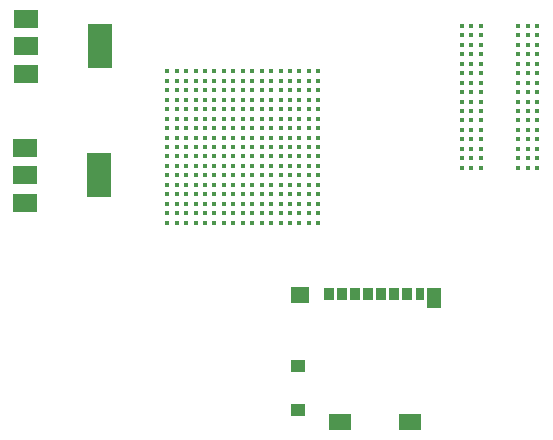
<source format=gbr>
%TF.GenerationSoftware,KiCad,Pcbnew,(5.1.7)-1*%
%TF.CreationDate,2020-12-15T14:41:59-08:00*%
%TF.ProjectId,Keychain,4b657963-6861-4696-9e2e-6b696361645f,rev?*%
%TF.SameCoordinates,Original*%
%TF.FileFunction,Paste,Top*%
%TF.FilePolarity,Positive*%
%FSLAX46Y46*%
G04 Gerber Fmt 4.6, Leading zero omitted, Abs format (unit mm)*
G04 Created by KiCad (PCBNEW (5.1.7)-1) date 2020-12-15 14:41:59*
%MOMM*%
%LPD*%
G01*
G04 APERTURE LIST*
%ADD10R,2.000000X1.500000*%
%ADD11R,2.000000X3.800000*%
%ADD12R,1.900000X1.350000*%
%ADD13R,1.200000X1.000000*%
%ADD14R,1.550000X1.350000*%
%ADD15R,1.170000X1.800000*%
%ADD16R,0.850000X1.100000*%
%ADD17R,0.750000X1.100000*%
%ADD18C,0.400000*%
G04 APERTURE END LIST*
D10*
%TO.C,U4*%
X128550000Y-74480000D03*
X128550000Y-79080000D03*
X128550000Y-76780000D03*
D11*
X134850000Y-76780000D03*
%TD*%
D10*
%TO.C,U3*%
X128490000Y-85400000D03*
X128490000Y-90000000D03*
X128490000Y-87700000D03*
D11*
X134790000Y-87700000D03*
%TD*%
D12*
%TO.C,J1*%
X161100000Y-108545000D03*
X155130000Y-108545000D03*
D13*
X151630000Y-103870000D03*
X151630000Y-107570000D03*
D14*
X151805000Y-97845000D03*
D15*
X163125000Y-98070000D03*
D16*
X160865000Y-97720000D03*
X159765000Y-97720000D03*
X158665000Y-97720000D03*
X157565000Y-97720000D03*
X156465000Y-97720000D03*
X155365000Y-97720000D03*
D17*
X161915000Y-97720000D03*
D16*
X154265000Y-97720000D03*
%TD*%
D18*
%TO.C,U2*%
X165465000Y-75050000D03*
X165465000Y-75850000D03*
X165465000Y-76650000D03*
X165465000Y-77450000D03*
X165465000Y-78250000D03*
X165465000Y-79050000D03*
X165465000Y-79850000D03*
X165465000Y-80650000D03*
X165465000Y-81450000D03*
X165465000Y-82250000D03*
X165465000Y-83050000D03*
X165465000Y-83850000D03*
X165465000Y-84650000D03*
X165465000Y-85450000D03*
X165465000Y-86250000D03*
X165465000Y-87050000D03*
X166265000Y-75050000D03*
X166265000Y-75850000D03*
X166265000Y-76650000D03*
X166265000Y-77450000D03*
X166265000Y-78250000D03*
X166265000Y-79050000D03*
X166265000Y-79850000D03*
X166265000Y-80650000D03*
X166265000Y-81450000D03*
X166265000Y-82250000D03*
X166265000Y-83050000D03*
X166265000Y-83850000D03*
X166265000Y-84650000D03*
X166265000Y-85450000D03*
X166265000Y-86250000D03*
X166265000Y-87050000D03*
X167065000Y-75050000D03*
X167065000Y-75850000D03*
X167065000Y-76650000D03*
X167065000Y-77450000D03*
X167065000Y-78250000D03*
X167065000Y-79050000D03*
X167065000Y-79850000D03*
X167065000Y-80650000D03*
X167065000Y-81450000D03*
X167065000Y-82250000D03*
X167065000Y-83050000D03*
X167065000Y-83850000D03*
X167065000Y-84650000D03*
X167065000Y-85450000D03*
X167065000Y-86250000D03*
X167065000Y-87050000D03*
X170265000Y-75050000D03*
X170265000Y-75850000D03*
X170265000Y-76650000D03*
X170265000Y-77450000D03*
X170265000Y-78250000D03*
X170265000Y-79050000D03*
X170265000Y-79850000D03*
X170265000Y-80650000D03*
X170265000Y-81450000D03*
X170265000Y-82250000D03*
X170265000Y-83050000D03*
X170265000Y-83850000D03*
X170265000Y-84650000D03*
X170265000Y-85450000D03*
X170265000Y-86250000D03*
X170265000Y-87050000D03*
X171065000Y-75050000D03*
X171065000Y-75850000D03*
X171065000Y-76650000D03*
X171065000Y-77450000D03*
X171065000Y-78250000D03*
X171065000Y-79050000D03*
X171065000Y-79850000D03*
X171065000Y-80650000D03*
X171065000Y-81450000D03*
X171065000Y-82250000D03*
X171065000Y-83050000D03*
X171065000Y-83850000D03*
X171065000Y-84650000D03*
X171065000Y-85450000D03*
X171065000Y-86250000D03*
X171065000Y-87050000D03*
X171865000Y-75050000D03*
X171865000Y-75850000D03*
X171865000Y-76650000D03*
X171865000Y-77450000D03*
X171865000Y-78250000D03*
X171865000Y-79050000D03*
X171865000Y-79850000D03*
X171865000Y-80650000D03*
X171865000Y-81450000D03*
X171865000Y-82250000D03*
X171865000Y-83050000D03*
X171865000Y-83850000D03*
X171865000Y-84650000D03*
X171865000Y-85450000D03*
X171865000Y-86250000D03*
X171865000Y-87050000D03*
%TD*%
%TO.C,U1*%
X140531500Y-78899000D03*
X141331500Y-78899000D03*
X142131500Y-78899000D03*
X142931500Y-78899000D03*
X143731500Y-78899000D03*
X144531500Y-78899000D03*
X145331500Y-78899000D03*
X146131500Y-78899000D03*
X146931500Y-78899000D03*
X147731500Y-78899000D03*
X148531500Y-78899000D03*
X149331500Y-78899000D03*
X150131500Y-78899000D03*
X150931500Y-78899000D03*
X151731500Y-78899000D03*
X152531500Y-78899000D03*
X153331500Y-78899000D03*
X140531500Y-79699000D03*
X141331500Y-79699000D03*
X142131500Y-79699000D03*
X142931500Y-79699000D03*
X143731500Y-79699000D03*
X144531500Y-79699000D03*
X145331500Y-79699000D03*
X146131500Y-79699000D03*
X146931500Y-79699000D03*
X147731500Y-79699000D03*
X148531500Y-79699000D03*
X149331500Y-79699000D03*
X150131500Y-79699000D03*
X150931500Y-79699000D03*
X151731500Y-79699000D03*
X152531500Y-79699000D03*
X153331500Y-79699000D03*
X140531500Y-80499000D03*
X141331500Y-80499000D03*
X142131500Y-80499000D03*
X142931500Y-80499000D03*
X143731500Y-80499000D03*
X144531500Y-80499000D03*
X145331500Y-80499000D03*
X146131500Y-80499000D03*
X146931500Y-80499000D03*
X147731500Y-80499000D03*
X148531500Y-80499000D03*
X149331500Y-80499000D03*
X150131500Y-80499000D03*
X150931500Y-80499000D03*
X151731500Y-80499000D03*
X152531500Y-80499000D03*
X153331500Y-80499000D03*
X140531500Y-81299000D03*
X141331500Y-81299000D03*
X142131500Y-81299000D03*
X142931500Y-81299000D03*
X143731500Y-81299000D03*
X144531500Y-81299000D03*
X145331500Y-81299000D03*
X146131500Y-81299000D03*
X146931500Y-81299000D03*
X147731500Y-81299000D03*
X148531500Y-81299000D03*
X149331500Y-81299000D03*
X150131500Y-81299000D03*
X150931500Y-81299000D03*
X151731500Y-81299000D03*
X152531500Y-81299000D03*
X153331500Y-81299000D03*
X140531500Y-82099000D03*
X141331500Y-82099000D03*
X142131500Y-82099000D03*
X142931500Y-82099000D03*
X143731500Y-82099000D03*
X144531500Y-82099000D03*
X145331500Y-82099000D03*
X146131500Y-82099000D03*
X146931500Y-82099000D03*
X147731500Y-82099000D03*
X148531500Y-82099000D03*
X149331500Y-82099000D03*
X150131500Y-82099000D03*
X150931500Y-82099000D03*
X151731500Y-82099000D03*
X152531500Y-82099000D03*
X153331500Y-82099000D03*
X140531500Y-82899000D03*
X141331500Y-82899000D03*
X142131500Y-82899000D03*
X142931500Y-82899000D03*
X143731500Y-82899000D03*
X144531500Y-82899000D03*
X145331500Y-82899000D03*
X146131500Y-82899000D03*
X146931500Y-82899000D03*
X147731500Y-82899000D03*
X148531500Y-82899000D03*
X149331500Y-82899000D03*
X150131500Y-82899000D03*
X150931500Y-82899000D03*
X151731500Y-82899000D03*
X152531500Y-82899000D03*
X153331500Y-82899000D03*
X140531500Y-83699000D03*
X141331500Y-83699000D03*
X142131500Y-83699000D03*
X142931500Y-83699000D03*
X143731500Y-83699000D03*
X144531500Y-83699000D03*
X145331500Y-83699000D03*
X146131500Y-83699000D03*
X146931500Y-83699000D03*
X147731500Y-83699000D03*
X148531500Y-83699000D03*
X149331500Y-83699000D03*
X150131500Y-83699000D03*
X150931500Y-83699000D03*
X151731500Y-83699000D03*
X152531500Y-83699000D03*
X153331500Y-83699000D03*
X140531500Y-84499000D03*
X141331500Y-84499000D03*
X142131500Y-84499000D03*
X142931500Y-84499000D03*
X143731500Y-84499000D03*
X144531500Y-84499000D03*
X145331500Y-84499000D03*
X146131500Y-84499000D03*
X146931500Y-84499000D03*
X147731500Y-84499000D03*
X148531500Y-84499000D03*
X149331500Y-84499000D03*
X150131500Y-84499000D03*
X150931500Y-84499000D03*
X151731500Y-84499000D03*
X152531500Y-84499000D03*
X153331500Y-84499000D03*
X140531500Y-85299000D03*
X141331500Y-85299000D03*
X142131500Y-85299000D03*
X142931500Y-85299000D03*
X143731500Y-85299000D03*
X144531500Y-85299000D03*
X145331500Y-85299000D03*
X146131500Y-85299000D03*
X146931500Y-85299000D03*
X147731500Y-85299000D03*
X148531500Y-85299000D03*
X149331500Y-85299000D03*
X150131500Y-85299000D03*
X150931500Y-85299000D03*
X151731500Y-85299000D03*
X152531500Y-85299000D03*
X153331500Y-85299000D03*
X140531500Y-86099000D03*
X141331500Y-86099000D03*
X142131500Y-86099000D03*
X142931500Y-86099000D03*
X143731500Y-86099000D03*
X144531500Y-86099000D03*
X145331500Y-86099000D03*
X146131500Y-86099000D03*
X146931500Y-86099000D03*
X147731500Y-86099000D03*
X148531500Y-86099000D03*
X149331500Y-86099000D03*
X150131500Y-86099000D03*
X150931500Y-86099000D03*
X151731500Y-86099000D03*
X152531500Y-86099000D03*
X153331500Y-86099000D03*
X140531500Y-86899000D03*
X141331500Y-86899000D03*
X142131500Y-86899000D03*
X142931500Y-86899000D03*
X143731500Y-86899000D03*
X144531500Y-86899000D03*
X145331500Y-86899000D03*
X146131500Y-86899000D03*
X146931500Y-86899000D03*
X147731500Y-86899000D03*
X148531500Y-86899000D03*
X149331500Y-86899000D03*
X150131500Y-86899000D03*
X150931500Y-86899000D03*
X151731500Y-86899000D03*
X152531500Y-86899000D03*
X153331500Y-86899000D03*
X140531500Y-87699000D03*
X141331500Y-87699000D03*
X142131500Y-87699000D03*
X142931500Y-87699000D03*
X143731500Y-87699000D03*
X144531500Y-87699000D03*
X145331500Y-87699000D03*
X146131500Y-87699000D03*
X146931500Y-87699000D03*
X147731500Y-87699000D03*
X148531500Y-87699000D03*
X149331500Y-87699000D03*
X150131500Y-87699000D03*
X150931500Y-87699000D03*
X151731500Y-87699000D03*
X152531500Y-87699000D03*
X153331500Y-87699000D03*
X140531500Y-88499000D03*
X141331500Y-88499000D03*
X142131500Y-88499000D03*
X142931500Y-88499000D03*
X143731500Y-88499000D03*
X144531500Y-88499000D03*
X145331500Y-88499000D03*
X146131500Y-88499000D03*
X146931500Y-88499000D03*
X147731500Y-88499000D03*
X148531500Y-88499000D03*
X149331500Y-88499000D03*
X150131500Y-88499000D03*
X150931500Y-88499000D03*
X151731500Y-88499000D03*
X152531500Y-88499000D03*
X153331500Y-88499000D03*
X140531500Y-89299000D03*
X141331500Y-89299000D03*
X142131500Y-89299000D03*
X142931500Y-89299000D03*
X143731500Y-89299000D03*
X144531500Y-89299000D03*
X145331500Y-89299000D03*
X146131500Y-89299000D03*
X146931500Y-89299000D03*
X147731500Y-89299000D03*
X148531500Y-89299000D03*
X149331500Y-89299000D03*
X150131500Y-89299000D03*
X150931500Y-89299000D03*
X151731500Y-89299000D03*
X152531500Y-89299000D03*
X153331500Y-89299000D03*
X140531500Y-90099000D03*
X141331500Y-90099000D03*
X142131500Y-90099000D03*
X142931500Y-90099000D03*
X143731500Y-90099000D03*
X144531500Y-90099000D03*
X145331500Y-90099000D03*
X146131500Y-90099000D03*
X146931500Y-90099000D03*
X147731500Y-90099000D03*
X148531500Y-90099000D03*
X149331500Y-90099000D03*
X150131500Y-90099000D03*
X150931500Y-90099000D03*
X151731500Y-90099000D03*
X152531500Y-90099000D03*
X153331500Y-90099000D03*
X140531500Y-90899000D03*
X141331500Y-90899000D03*
X142131500Y-90899000D03*
X142931500Y-90899000D03*
X143731500Y-90899000D03*
X144531500Y-90899000D03*
X145331500Y-90899000D03*
X146131500Y-90899000D03*
X146931500Y-90899000D03*
X147731500Y-90899000D03*
X148531500Y-90899000D03*
X149331500Y-90899000D03*
X150131500Y-90899000D03*
X150931500Y-90899000D03*
X151731500Y-90899000D03*
X152531500Y-90899000D03*
X153331500Y-90899000D03*
X140531500Y-91699000D03*
X141331500Y-91699000D03*
X142131500Y-91699000D03*
X142931500Y-91699000D03*
X143731500Y-91699000D03*
X144531500Y-91699000D03*
X145331500Y-91699000D03*
X146131500Y-91699000D03*
X146931500Y-91699000D03*
X147731500Y-91699000D03*
X148531500Y-91699000D03*
X149331500Y-91699000D03*
X150131500Y-91699000D03*
X150931500Y-91699000D03*
X151731500Y-91699000D03*
X152531500Y-91699000D03*
X153331500Y-91699000D03*
%TD*%
M02*

</source>
